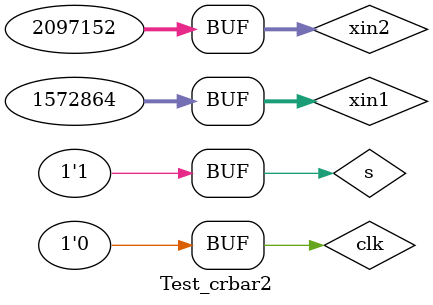
<source format=v>
`timescale 1ns / 1ps
module crbar2#(
	//Parameterized values
	parameter Q = 15,
	parameter N = 32
	)(
	
	
output [N-1:0] y1,y2,
input [N-1:0] x1,x2,
input s
);


reg [N-1:0] yin1, yin2;

always @ (x1 or x2 or s ) begin
//yin1=((~s&x1)|(s&x2));
// 
//yin2=((~s&x2)||(s&x1));

if (s==0) begin
yin1= x1;
yin2= x2;
end else begin
yin1=x2;
yin2=x1;
end
end 
assign y1=yin1;
assign y2=yin2;
 
endmodule


module Test_crbar2;
reg clk;
reg [31:0] xin1, xin2;
wire [31:0] yin1, yin2;
reg s;

crbar2#(19,32) c
(
.x1(xin1),
.x2(xin2),
.y1(yin1),
.y2(yin2),
.s(s)
);




initial begin 
clk=1'b0;

xin1=32'b00000000000110000000000000000000;
xin2=32'b00000000001000000000000000000000;

#10 s=0;
#10 s=1;
#10 s=0;
#10 s=1;
#10 s=0;
#10 s=1;
#10 s=0;
#10 s=1;

end 






endmodule




</source>
